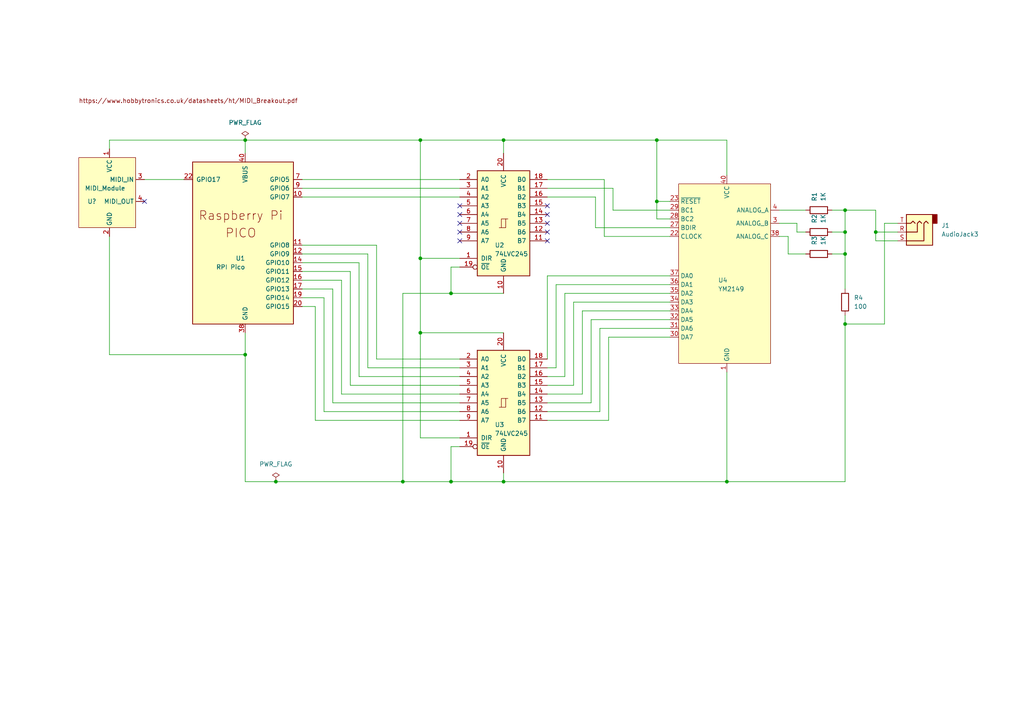
<source format=kicad_sch>
(kicad_sch (version 20211123) (generator eeschema)
  (paper "A4")
  (lib_symbols
    (symbol "Connector:AudioJack3"
      (property "Reference" "J" (at 0 8.89 0))
      (property "Value" "AudioJack3" (at 0 6.35 0))
      (symbol "AudioJack3_0_1"
        (rectangle (start -5.08 -5.08) (end -6.35 -2.54) (stroke (width 0.254)) (fill (type outline)))
        (polyline (pts (xy 0 -2.54) (xy 0.635 -3.175) (xy 1.27 -2.54) (xy 2.54 -2.54)) (stroke (width 0.254)))
        (polyline (pts (xy -1.905 -2.54) (xy -1.27 -3.175) (xy -0.635 -2.54) (xy -0.635 0) (xy 2.54 0)) (stroke (width 0.254)))
        (polyline (pts (xy 2.54 2.54) (xy -2.54 2.54) (xy -2.54 -2.54) (xy -3.175 -3.175) (xy -3.81 -2.54)) (stroke (width 0.254)))
        (rectangle (start 2.54 3.81) (end -5.08 -5.08) (stroke (width 0.254)) (fill (type background)))
      )
      (symbol "AudioJack3_1_1"
        (pin passive line (at 5.08 0 180) (length 2.54) (name "~") (number "R"))
        (pin passive line (at 5.08 2.54 180) (length 2.54) (name "~") (number "S"))
        (pin passive line (at 5.08 -2.54 180) (length 2.54) (name "~") (number "T"))
      )
    )
    (symbol "Device:R" (pin_numbers hide) (pin_names (offset 0))
      (property "Reference" "R" (at 2.032 0 90))
      (property "Value" "R" (at 0 0 90))
      (symbol "R_0_1"
        (rectangle (start -1.016 -2.54) (end 1.016 2.54) (stroke (width 0.254)))
      )
      (symbol "R_1_1"
        (pin passive line (at 0 3.81 270) (length 1.27) (name "~") (number "1"))
        (pin passive line (at 0 -3.81 90) (length 1.27) (name "~") (number "2"))
      )
    )
    (symbol "PicoChiptune:74LVC245" (pin_names (offset 1.016))
      (property "Reference" "U" (at -7.62 16.51 0))
      (property "Value" "74LVC245" (at -7.62 -16.51 0))
      (property "Datasheet" "https://cdn-shop.adafruit.com/datasheets/sn74lvc245a.pdf" (at 33.02 -19.558 0))
      (symbol "74LVC245_1_0"
        (polyline (pts (xy -0.635 -1.27) (xy -0.635 1.27) (xy 0.635 1.27)))
        (polyline (pts (xy -1.27 -1.27) (xy 0.635 -1.27) (xy 0.635 1.27) (xy 1.27 1.27)))
        (pin input line (at -12.7 -10.16 0) (length 5.08) (name "DIR") (number "1"))
        (pin power_in line (at 0 -20.32 90) (length 5.08) (name "GND") (number "10"))
        (pin tri_state line (at 12.7 -5.08 180) (length 5.08) (name "B7") (number "11"))
        (pin tri_state line (at 12.7 -2.54 180) (length 5.08) (name "B6") (number "12"))
        (pin tri_state line (at 12.7 0 180) (length 5.08) (name "B5") (number "13"))
        (pin tri_state line (at 12.7 2.54 180) (length 5.08) (name "B4") (number "14"))
        (pin tri_state line (at 12.7 5.08 180) (length 5.08) (name "B3") (number "15"))
        (pin tri_state line (at 12.7 7.62 180) (length 5.08) (name "B2") (number "16"))
        (pin tri_state line (at 12.7 10.16 180) (length 5.08) (name "B1") (number "17"))
        (pin tri_state line (at 12.7 12.7 180) (length 5.08) (name "B0") (number "18"))
        (pin input inverted (at -12.7 -12.7 0) (length 5.08) (name "~{OE}") (number "19"))
        (pin tri_state line (at -12.7 12.7 0) (length 5.08) (name "A0") (number "2"))
        (pin power_in line (at 0 20.32 270) (length 5.08) (name "VCC") (number "20"))
        (pin tri_state line (at -12.7 10.16 0) (length 5.08) (name "A1") (number "3"))
        (pin tri_state line (at -12.7 7.62 0) (length 5.08) (name "A2") (number "4"))
        (pin tri_state line (at -12.7 5.08 0) (length 5.08) (name "A3") (number "5"))
        (pin tri_state line (at -12.7 2.54 0) (length 5.08) (name "A4") (number "6"))
        (pin tri_state line (at -12.7 0 0) (length 5.08) (name "A5") (number "7"))
        (pin tri_state line (at -12.7 -2.54 0) (length 5.08) (name "A6") (number "8"))
        (pin tri_state line (at -12.7 -5.08 0) (length 5.08) (name "A7") (number "9"))
      )
      (symbol "74LVC245_1_1"
        (rectangle (start -7.62 15.24) (end 7.62 -15.24) (stroke (width 0.254)) (fill (type background)))
      )
    )
    (symbol "PicoChiptune:MIDI_Module"
      (property "Reference" "U?" (at -5.08 -3.81 0))
      (property "Value" "MIDI_Module" (at -1.27 0 0))
      (symbol "MIDI_Module_0_0"
        (text "https://www.hobbytronics.co.uk/datasheets/ht/MIDI_Breakout.pdf" (at 22.86 25.4 0) (effects (font (size 1.27 1.27))))
      )
      (symbol "MIDI_Module_0_1"
        (rectangle (start 7.62 8.89) (end -8.89 -11.43) (fill (type background)))
      )
      (symbol "MIDI_Module_1_0"
        (pin power_in line (at 0 11.43 270) (length 2.54) (name "VCC") (number "1"))
        (pin power_in line (at 0 -13.97 90) (length 2.54) (name "GND") (number "2"))
        (pin output line (at 10.16 2.54 180) (length 2.54) (name "MIDI_IN") (number "3"))
        (pin input line (at 10.16 -3.81 180) (length 2.54) (name "MIDI_OUT") (number "4"))
      )
    )
    (symbol "PicoChiptune:RPI Pico" (pin_names (offset 1.016))
      (property "Reference" "U1" (at 0 -8.89 0))
      (property "Value" "RPI Pico" (at 0 -11.43 0))
      (symbol "RPI Pico_0_0"
        (text "PICO" (at -1.27 -1.524 0) (effects (font (size 2.54 2.54))))
        (text "Raspberry Pi" (at -1.27 3.556 0) (effects (font (size 2.54 2.54))))
      )
      (symbol "RPI Pico_0_1"
        (rectangle (start -15.24 19.05) (end 13.97 -27.94) (stroke (width 0.254)) (fill (type background)))
      )
      (symbol "RPI Pico_1_0"
        (pin bidirectional line (at -17.78 13.97 0) (length 2.54) (name "GPIO17") (number "22"))
      )
      (symbol "RPI Pico_1_1"
        (pin bidirectional line (at 16.51 8.89 180) (length 2.54) (name "GPIO7") (number "10"))
        (pin bidirectional line (at 16.51 -5.08 180) (length 2.54) (name "GPIO8") (number "11"))
        (pin bidirectional line (at 16.51 -7.62 180) (length 2.54) (name "GPIO9") (number "12"))
        (pin bidirectional line (at 16.51 -10.16 180) (length 2.54) (name "GPIO10") (number "14"))
        (pin bidirectional line (at 16.51 -12.7 180) (length 2.54) (name "GPIO11") (number "15"))
        (pin bidirectional line (at 16.51 -15.24 180) (length 2.54) (name "GPIO12") (number "16"))
        (pin bidirectional line (at 16.51 -17.78 180) (length 2.54) (name "GPIO13") (number "17"))
        (pin bidirectional line (at 16.51 -20.32 180) (length 2.54) (name "GPIO14") (number "19"))
        (pin bidirectional line (at 16.51 -22.86 180) (length 2.54) (name "GPIO15") (number "20"))
        (pin power_in line (at 0 -30.48 90) (length 2.54) (name "GND") (number "38"))
        (pin power_out line (at 0 21.59 270) (length 2.54) (name "VBUS") (number "40"))
        (pin bidirectional line (at 16.51 13.97 180) (length 2.54) (name "GPIO5") (number "7"))
        (pin bidirectional line (at 16.51 11.43 180) (length 2.54) (name "GPIO6") (number "9"))
      )
    )
    (symbol "PicoChiptune:YM2149"
      (property "Reference" "U4" (at -2.54 -16.51 0))
      (property "Value" "YM2149" (at -2.54 -19.05 0))
      (symbol "YM2149_0_1"
        (rectangle (start -13.97 11.43) (end 12.7 -40.64) (fill (type background)))
      )
      (symbol "YM2149_1_0"
        (pin power_in line (at 0 -43.18 90) (length 2.54) (name "GND") (number "1"))
      )
      (symbol "YM2149_1_1"
        (pin input line (at -16.51 -3.81 0) (length 2.54) (name "CLOCK") (number "22"))
        (pin input line (at -16.51 6.35 0) (length 2.54) (name "~{RESET}") (number "23"))
        (pin input line (at -16.51 -1.27 0) (length 2.54) (name "BDIR") (number "27"))
        (pin input line (at -16.51 1.27 0) (length 2.54) (name "BC2") (number "28"))
        (pin input line (at -16.51 3.81 0) (length 2.54) (name "BC1") (number "29"))
        (pin output line (at 15.24 0 180) (length 2.54) (name "ANALOG_B") (number "3"))
        (pin input line (at -16.51 -33.02 0) (length 2.54) (name "DA7") (number "30"))
        (pin input line (at -16.51 -30.48 0) (length 2.54) (name "DA6") (number "31"))
        (pin input line (at -16.51 -27.94 0) (length 2.54) (name "DA5") (number "32"))
        (pin input line (at -16.51 -25.4 0) (length 2.54) (name "DA4") (number "33"))
        (pin input line (at -16.51 -22.86 0) (length 2.54) (name "DA3") (number "34"))
        (pin input line (at -16.51 -20.32 0) (length 2.54) (name "DA2") (number "35"))
        (pin input line (at -16.51 -17.78 0) (length 2.54) (name "DA1") (number "36"))
        (pin input line (at -16.51 -15.24 0) (length 2.54) (name "DA0") (number "37"))
        (pin output line (at 15.24 -3.81 180) (length 2.54) (name "ANALOG_C") (number "38"))
        (pin output line (at 15.24 3.81 180) (length 2.54) (name "ANALOG_A") (number "4"))
        (pin power_in line (at 0 13.97 270) (length 2.54) (name "VCC") (number "40"))
      )
    )
    (symbol "power:PWR_FLAG" (power) (pin_numbers hide) (pin_names (offset 0) hide)
      (property "Value" "PWR_FLAG" (at 0 3.81 0))
      (symbol "PWR_FLAG_0_0"
        (pin power_out line (at 0 0 90) (length 0) (name "pwr") (number "1"))
      )
      (symbol "PWR_FLAG_0_1"
        (polyline (pts (xy 0 0) (xy 0 1.27) (xy -1.016 1.905) (xy 0 2.54) (xy 1.016 1.905) (xy 0 1.27)))
      )
    )
  )
  (junction (at 116.84 139.7))
  (junction (at 121.92 74.93))
  (junction (at 245.11 67.31))
  (junction (at 130.81 85.09))
  (junction (at 130.81 139.7))
  (junction (at 121.92 40.64))
  (junction (at 146.05 40.64))
  (junction (at 210.82 139.7))
  (junction (at 245.11 73.66))
  (junction (at 254 67.31))
  (junction (at 80.01 139.7))
  (junction (at 121.92 96.52))
  (junction (at 245.11 93.98))
  (junction (at 71.12 40.64))
  (junction (at 190.5 40.64))
  (junction (at 71.12 102.87))
  (junction (at 146.05 139.7))
  (junction (at 190.5 58.42))
  (junction (at 245.11 60.96))
  (no_connect (at 41.91 58.42))
  (no_connect (at 133.35 69.85))
  (no_connect (at 133.35 67.31))
  (no_connect (at 133.35 64.77))
  (no_connect (at 133.35 62.23))
  (no_connect (at 133.35 59.69))
  (no_connect (at 158.75 62.23))
  (no_connect (at 158.75 59.69))
  (no_connect (at 158.75 69.85))
  (no_connect (at 158.75 67.31))
  (no_connect (at 158.75 64.77))
  (wire (pts (xy 146.05 139.7) (xy 210.82 139.7)))
  (wire (pts (xy 158.75 80.01) (xy 194.31 80.01)))
  (wire (pts (xy 71.12 139.7) (xy 80.01 139.7)))
  (wire (pts (xy 158.75 114.3) (xy 168.91 114.3)))
  (wire (pts (xy 226.06 64.77) (xy 231.14 64.77)))
  (wire (pts (xy 190.5 58.42) (xy 190.5 63.5)))
  (wire (pts (xy 80.01 139.7) (xy 116.84 139.7)))
  (wire (pts (xy 121.92 96.52) (xy 121.92 127)))
  (wire (pts (xy 158.75 109.22) (xy 163.83 109.22)))
  (wire (pts (xy 256.54 93.98) (xy 245.11 93.98)))
  (wire (pts (xy 106.68 106.68) (xy 106.68 73.66)))
  (wire (pts (xy 109.22 104.14) (xy 133.35 104.14)))
  (wire (pts (xy 87.63 71.12) (xy 109.22 71.12)))
  (wire (pts (xy 231.14 64.77) (xy 231.14 67.31)))
  (wire (pts (xy 130.81 129.54) (xy 133.35 129.54)))
  (wire (pts (xy 104.14 76.2) (xy 104.14 109.22)))
  (wire (pts (xy 96.52 116.84) (xy 96.52 83.82)))
  (wire (pts (xy 133.35 127) (xy 121.92 127)))
  (wire (pts (xy 87.63 83.82) (xy 96.52 83.82)))
  (wire (pts (xy 158.75 116.84) (xy 171.45 116.84)))
  (wire (pts (xy 158.75 119.38) (xy 173.99 119.38)))
  (wire (pts (xy 241.3 60.96) (xy 245.11 60.96)))
  (wire (pts (xy 245.11 67.31) (xy 245.11 73.66)))
  (wire (pts (xy 245.11 73.66) (xy 245.11 83.82)))
  (wire (pts (xy 104.14 109.22) (xy 133.35 109.22)))
  (wire (pts (xy 173.99 119.38) (xy 173.99 95.25)))
  (wire (pts (xy 133.35 77.47) (xy 130.81 77.47)))
  (wire (pts (xy 130.81 129.54) (xy 130.81 139.7)))
  (wire (pts (xy 158.75 54.61) (xy 177.8 54.61)))
  (wire (pts (xy 194.31 92.71) (xy 171.45 92.71)))
  (wire (pts (xy 210.82 50.8) (xy 210.82 40.64)))
  (wire (pts (xy 241.3 73.66) (xy 245.11 73.66)))
  (wire (pts (xy 166.37 87.63) (xy 166.37 111.76)))
  (wire (pts (xy 130.81 77.47) (xy 130.81 85.09)))
  (wire (pts (xy 71.12 40.64) (xy 71.12 44.45)))
  (wire (pts (xy 245.11 93.98) (xy 245.11 139.7)))
  (wire (pts (xy 31.75 40.64) (xy 71.12 40.64)))
  (wire (pts (xy 254 67.31) (xy 254 69.85)))
  (wire (pts (xy 190.5 40.64) (xy 190.5 58.42)))
  (wire (pts (xy 163.83 85.09) (xy 194.31 85.09)))
  (wire (pts (xy 87.63 54.61) (xy 133.35 54.61)))
  (wire (pts (xy 116.84 85.09) (xy 116.84 139.7)))
  (wire (pts (xy 93.98 86.36) (xy 93.98 119.38)))
  (wire (pts (xy 194.31 63.5) (xy 190.5 63.5)))
  (wire (pts (xy 91.44 121.92) (xy 91.44 88.9)))
  (wire (pts (xy 71.12 96.52) (xy 71.12 102.87)))
  (wire (pts (xy 172.72 57.15) (xy 172.72 66.04)))
  (wire (pts (xy 256.54 64.77) (xy 260.35 64.77)))
  (wire (pts (xy 133.35 121.92) (xy 91.44 121.92)))
  (wire (pts (xy 130.81 139.7) (xy 146.05 139.7)))
  (wire (pts (xy 168.91 90.17) (xy 194.31 90.17)))
  (wire (pts (xy 226.06 60.96) (xy 233.68 60.96)))
  (wire (pts (xy 87.63 81.28) (xy 99.06 81.28)))
  (wire (pts (xy 158.75 52.07) (xy 175.26 52.07)))
  (wire (pts (xy 158.75 57.15) (xy 172.72 57.15)))
  (wire (pts (xy 87.63 76.2) (xy 104.14 76.2)))
  (wire (pts (xy 176.53 121.92) (xy 176.53 97.79)))
  (wire (pts (xy 146.05 85.09) (xy 130.81 85.09)))
  (wire (pts (xy 116.84 139.7) (xy 130.81 139.7)))
  (wire (pts (xy 133.35 111.76) (xy 101.6 111.76)))
  (wire (pts (xy 190.5 58.42) (xy 194.31 58.42)))
  (wire (pts (xy 99.06 81.28) (xy 99.06 114.3)))
  (wire (pts (xy 171.45 92.71) (xy 171.45 116.84)))
  (wire (pts (xy 194.31 82.55) (xy 161.29 82.55)))
  (wire (pts (xy 101.6 111.76) (xy 101.6 78.74)))
  (wire (pts (xy 146.05 96.52) (xy 121.92 96.52)))
  (wire (pts (xy 175.26 68.58) (xy 194.31 68.58)))
  (wire (pts (xy 194.31 66.04) (xy 172.72 66.04)))
  (wire (pts (xy 121.92 74.93) (xy 133.35 74.93)))
  (wire (pts (xy 175.26 52.07) (xy 175.26 68.58)))
  (wire (pts (xy 228.6 68.58) (xy 228.6 73.66)))
  (wire (pts (xy 163.83 109.22) (xy 163.83 85.09)))
  (wire (pts (xy 130.81 85.09) (xy 116.84 85.09)))
  (wire (pts (xy 41.91 52.07) (xy 53.34 52.07)))
  (wire (pts (xy 256.54 64.77) (xy 256.54 93.98)))
  (wire (pts (xy 254 69.85) (xy 260.35 69.85)))
  (wire (pts (xy 194.31 60.96) (xy 177.8 60.96)))
  (wire (pts (xy 231.14 67.31) (xy 233.68 67.31)))
  (wire (pts (xy 158.75 106.68) (xy 161.29 106.68)))
  (wire (pts (xy 71.12 40.64) (xy 121.92 40.64)))
  (wire (pts (xy 146.05 44.45) (xy 146.05 40.64)))
  (wire (pts (xy 190.5 40.64) (xy 146.05 40.64)))
  (wire (pts (xy 99.06 114.3) (xy 133.35 114.3)))
  (wire (pts (xy 176.53 97.79) (xy 194.31 97.79)))
  (wire (pts (xy 87.63 78.74) (xy 101.6 78.74)))
  (wire (pts (xy 210.82 107.95) (xy 210.82 139.7)))
  (wire (pts (xy 87.63 52.07) (xy 133.35 52.07)))
  (wire (pts (xy 121.92 40.64) (xy 121.92 74.93)))
  (wire (pts (xy 133.35 106.68) (xy 106.68 106.68)))
  (wire (pts (xy 87.63 86.36) (xy 93.98 86.36)))
  (wire (pts (xy 190.5 40.64) (xy 210.82 40.64)))
  (wire (pts (xy 194.31 87.63) (xy 166.37 87.63)))
  (wire (pts (xy 31.75 43.18) (xy 31.75 40.64)))
  (wire (pts (xy 71.12 102.87) (xy 71.12 139.7)))
  (wire (pts (xy 254 67.31) (xy 260.35 67.31)))
  (wire (pts (xy 87.63 57.15) (xy 133.35 57.15)))
  (wire (pts (xy 161.29 82.55) (xy 161.29 106.68)))
  (wire (pts (xy 241.3 67.31) (xy 245.11 67.31)))
  (wire (pts (xy 158.75 104.14) (xy 158.75 80.01)))
  (wire (pts (xy 177.8 60.96) (xy 177.8 54.61)))
  (wire (pts (xy 109.22 71.12) (xy 109.22 104.14)))
  (wire (pts (xy 133.35 116.84) (xy 96.52 116.84)))
  (wire (pts (xy 87.63 73.66) (xy 106.68 73.66)))
  (wire (pts (xy 87.63 88.9) (xy 91.44 88.9)))
  (wire (pts (xy 158.75 121.92) (xy 176.53 121.92)))
  (wire (pts (xy 121.92 74.93) (xy 121.92 96.52)))
  (wire (pts (xy 31.75 68.58) (xy 31.75 102.87)))
  (wire (pts (xy 228.6 73.66) (xy 233.68 73.66)))
  (wire (pts (xy 168.91 114.3) (xy 168.91 90.17)))
  (wire (pts (xy 173.99 95.25) (xy 194.31 95.25)))
  (wire (pts (xy 245.11 60.96) (xy 254 60.96)))
  (wire (pts (xy 31.75 102.87) (xy 71.12 102.87)))
  (wire (pts (xy 121.92 40.64) (xy 146.05 40.64)))
  (wire (pts (xy 245.11 60.96) (xy 245.11 67.31)))
  (wire (pts (xy 158.75 111.76) (xy 166.37 111.76)))
  (wire (pts (xy 146.05 137.16) (xy 146.05 139.7)))
  (wire (pts (xy 245.11 91.44) (xy 245.11 93.98)))
  (wire (pts (xy 254 60.96) (xy 254 67.31)))
  (wire (pts (xy 210.82 139.7) (xy 245.11 139.7)))
  (wire (pts (xy 93.98 119.38) (xy 133.35 119.38)))
  (wire (pts (xy 226.06 68.58) (xy 228.6 68.58)))
  (symbol (lib_id "Connector:AudioJack3") (at 265.43 67.31 180) (unit 1)
    (property "Reference" "J1" (at 273.05 65.4049 0) (effects (justify right)))
    (property "Value" "AudioJack3" (at 273.05 67.9449 0) (effects (justify right)))
  )
  (symbol (lib_id "Device:R") (at 237.49 73.66 90) (unit 1)
    (property "Reference" "R3" (at 236.2199 71.12 0) (effects (justify left)))
    (property "Value" "1K" (at 238.7599 71.12 0) (effects (justify left)))
  )
  (symbol (lib_id "Device:R") (at 237.49 67.31 90) (unit 1)
    (property "Reference" "R2" (at 236.2199 64.77 0) (effects (justify left)))
    (property "Value" "1K" (at 238.7599 64.77 0) (effects (justify left)))
  )
  (symbol (lib_id "PicoChiptune:MIDI_Module") (at 31.75 54.61 0) (unit 1)
    (property "Reference" "U?" (at 26.67 58.42 0))
    (property "Value" "MIDI_Module" (at 30.48 54.61 0))
  )
  (symbol (lib_id "PicoChiptune:RPI Pico") (at 71.12 66.04 0) (unit 1)
    (property "Reference" "U1" (at 71.12 74.93 0) (effects (justify right)))
    (property "Value" "RPI Pico" (at 71.12 77.47 0) (effects (justify right)))
    (property "Footprint" "RP2040_minimal:RP2040-QFN-56" (effects hide))
  )
  (symbol (lib_id "Device:R") (at 237.49 60.96 90) (unit 1)
    (property "Reference" "R1" (at 236.2199 58.42 0) (effects (justify left)))
    (property "Value" "1K" (at 238.7599 58.42 0) (effects (justify left)))
  )
  (symbol (lib_id "power:PWR_FLAG") (at 71.12 40.64 0) (unit 1)
    (property "Reference" "#FLG01" (effects hide))
    (property "Value" "PWR_FLAG" (at 71.12 35.56 0))
  )
  (symbol (lib_id "PicoChiptune:74LVC245") (at 146.05 64.77 0) (unit 1)
    (property "Reference" "U2" (at 143.51 71.12 0) (effects (justify left)))
    (property "Value" "74LVC245" (at 143.51 73.66 0) (effects (justify left)))
    (property "Datasheet" "https://cdn-shop.adafruit.com/datasheets/sn74lvc245a.pdf" (at 97.79 217.17 0) (effects (justify left)))
  )
  (symbol (lib_id "Device:R") (at 245.11 87.63 0) (unit 1)
    (property "Reference" "R4" (at 247.65 86.3599 0) (effects (justify left)))
    (property "Value" "100" (at 247.65 88.8999 0) (effects (justify left)))
  )
  (symbol (lib_id "PicoChiptune:74LVC245") (at 146.05 116.84 0) (unit 1)
    (property "Reference" "U3" (at 143.51 123.19 0) (effects (justify left)))
    (property "Value" "74LVC245" (at 143.51 125.73 0) (effects (justify left)))
    (property "Datasheet" "https://cdn-shop.adafruit.com/datasheets/sn74lvc245a.pdf" (at 97.79 218.44 0) (effects (justify left)))
  )
  (symbol (lib_id "power:PWR_FLAG") (at 80.01 139.7 0) (unit 1)
    (property "Reference" "#FLG0101" (effects hide))
    (property "Value" "PWR_FLAG" (at 80.01 134.62 0))
  )
  (symbol (lib_id "PicoChiptune:YM2149") (at 210.82 64.77 0) (unit 1)
    (property "Reference" "U4" (at 208.28 81.28 0) (effects (justify left)))
    (property "Value" "YM2149" (at 208.28 83.82 0) (effects (justify left)))
  )
)
</source>
